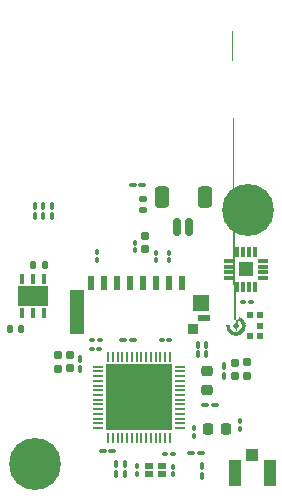
<source format=gbr>
%TF.GenerationSoftware,KiCad,Pcbnew,9.0.6-rc1*%
%TF.CreationDate,2025-12-21T23:59:12+01:00*%
%TF.ProjectId,PCB_PAPI,5043425f-5041-4504-992e-6b696361645f,rev?*%
%TF.SameCoordinates,Original*%
%TF.FileFunction,Soldermask,Top*%
%TF.FilePolarity,Negative*%
%FSLAX46Y46*%
G04 Gerber Fmt 4.6, Leading zero omitted, Abs format (unit mm)*
G04 Created by KiCad (PCBNEW 9.0.6-rc1) date 2025-12-21 23:59:12*
%MOMM*%
%LPD*%
G01*
G04 APERTURE LIST*
G04 Aperture macros list*
%AMRoundRect*
0 Rectangle with rounded corners*
0 $1 Rounding radius*
0 $2 $3 $4 $5 $6 $7 $8 $9 X,Y pos of 4 corners*
0 Add a 4 corners polygon primitive as box body*
4,1,4,$2,$3,$4,$5,$6,$7,$8,$9,$2,$3,0*
0 Add four circle primitives for the rounded corners*
1,1,$1+$1,$2,$3*
1,1,$1+$1,$4,$5*
1,1,$1+$1,$6,$7*
1,1,$1+$1,$8,$9*
0 Add four rect primitives between the rounded corners*
20,1,$1+$1,$2,$3,$4,$5,0*
20,1,$1+$1,$4,$5,$6,$7,0*
20,1,$1+$1,$6,$7,$8,$9,0*
20,1,$1+$1,$8,$9,$2,$3,0*%
%AMFreePoly0*
4,1,64,0.235856,1.440014,0.383010,1.379061,0.515445,1.290571,0.628071,1.177945,0.716561,1.045510,0.777514,0.898356,0.808588,0.742139,0.808588,0.582861,0.777514,0.426644,0.716561,0.279490,0.628071,0.147055,0.515445,0.034429,0.383010,-0.054061,0.235856,-0.115014,0.079639,-0.146088,0.031751,-0.146088,0.029264,-0.147118,-0.029264,-0.147118,-0.031751,-0.146088,-0.079639,-0.146088,
-0.235856,-0.115014,-0.383010,-0.054061,-0.515445,0.034429,-0.628071,0.147055,-0.716561,0.279490,-0.777514,0.426644,-0.808588,0.582861,-0.808588,0.729972,-0.512500,0.729972,-0.512500,0.595028,-0.477574,0.464683,-0.410102,0.347818,-0.314682,0.252398,-0.197817,0.184926,-0.067472,0.150000,0.067472,0.150000,0.197817,0.184926,0.314682,0.252398,0.410102,0.347818,0.477574,0.464683,
0.512500,0.595028,0.512500,0.729972,0.477574,0.860317,0.410102,0.977182,0.314682,1.072602,0.197817,1.140074,0.067472,1.175000,-0.067472,1.175000,-0.197817,1.140074,-0.314682,1.072602,-0.410102,0.977182,-0.477574,0.860317,-0.512500,0.729972,-0.808588,0.729972,-0.808588,0.742139,-0.777514,0.898356,-0.716561,1.045510,-0.628071,1.177945,-0.515445,1.290571,-0.383010,1.379061,
-0.235856,1.440014,-0.079639,1.471088,0.079639,1.471088,0.235856,1.440014,0.235856,1.440014,$1*%
G04 Aperture macros list end*
%ADD10R,5.700000X5.700000*%
%ADD11RoundRect,0.050000X0.350000X0.050000X-0.350000X0.050000X-0.350000X-0.050000X0.350000X-0.050000X0*%
%ADD12RoundRect,0.050000X0.050000X0.350000X-0.050000X0.350000X-0.050000X-0.350000X0.050000X-0.350000X0*%
%ADD13RoundRect,0.100000X-0.100000X0.217500X-0.100000X-0.217500X0.100000X-0.217500X0.100000X0.217500X0*%
%ADD14RoundRect,0.100000X0.100000X-0.217500X0.100000X0.217500X-0.100000X0.217500X-0.100000X-0.217500X0*%
%ADD15RoundRect,0.140000X-0.140000X-0.170000X0.140000X-0.170000X0.140000X0.170000X-0.140000X0.170000X0*%
%ADD16RoundRect,0.100000X-0.130000X-0.100000X0.130000X-0.100000X0.130000X0.100000X-0.130000X0.100000X0*%
%ADD17RoundRect,0.155000X0.155000X-0.212500X0.155000X0.212500X-0.155000X0.212500X-0.155000X-0.212500X0*%
%ADD18RoundRect,0.218750X-0.218750X-0.256250X0.218750X-0.256250X0.218750X0.256250X-0.218750X0.256250X0*%
%ADD19R,0.850000X0.300000*%
%ADD20R,0.300000X0.850000*%
%ADD21R,1.250000X1.250000*%
%ADD22RoundRect,0.160000X0.160000X-0.197500X0.160000X0.197500X-0.160000X0.197500X-0.160000X-0.197500X0*%
%ADD23RoundRect,0.100000X-0.100000X0.130000X-0.100000X-0.130000X0.100000X-0.130000X0.100000X0.130000X0*%
%ADD24RoundRect,0.100000X-0.217500X-0.100000X0.217500X-0.100000X0.217500X0.100000X-0.217500X0.100000X0*%
%ADD25RoundRect,0.147500X0.172500X-0.147500X0.172500X0.147500X-0.172500X0.147500X-0.172500X-0.147500X0*%
%ADD26R,0.600000X1.250000*%
%ADD27R,1.200000X3.790000*%
%ADD28R,1.450000X1.400000*%
%ADD29R,1.000000X0.600000*%
%ADD30R,0.950000X0.850000*%
%ADD31RoundRect,0.218750X-0.256250X0.218750X-0.256250X-0.218750X0.256250X-0.218750X0.256250X0.218750X0*%
%ADD32RoundRect,0.100000X0.100000X-0.130000X0.100000X0.130000X-0.100000X0.130000X-0.100000X-0.130000X0*%
%ADD33C,0.700000*%
%ADD34C,4.400000*%
%ADD35RoundRect,0.100000X0.217500X0.100000X-0.217500X0.100000X-0.217500X-0.100000X0.217500X-0.100000X0*%
%ADD36R,0.750000X0.550000*%
%ADD37RoundRect,0.150000X-0.150000X-0.625000X0.150000X-0.625000X0.150000X0.625000X-0.150000X0.625000X0*%
%ADD38RoundRect,0.250000X-0.350000X-0.650000X0.350000X-0.650000X0.350000X0.650000X-0.350000X0.650000X0*%
%ADD39C,0.500000*%
%ADD40R,0.522000X0.600000*%
%ADD41FreePoly0,0.000000*%
%ADD42R,1.050000X2.200000*%
%ADD43R,1.000000X1.050000*%
%ADD44R,2.500000X1.700000*%
G04 APERTURE END LIST*
D10*
%TO.C,U5*%
X167120000Y-80480000D03*
D11*
X170570000Y-83080000D03*
X170570000Y-82680000D03*
X170570000Y-82280000D03*
X170570000Y-81880000D03*
X170570000Y-81480000D03*
X170570000Y-81080000D03*
X170570000Y-80680000D03*
X170570000Y-80280000D03*
X170570000Y-79880000D03*
X170570000Y-79480000D03*
X170570000Y-79080000D03*
X170570000Y-78680000D03*
X170570000Y-78280000D03*
X170570000Y-77880000D03*
D12*
X169720000Y-77030000D03*
X169320000Y-77030000D03*
X168920000Y-77030000D03*
X168520000Y-77030000D03*
X168120000Y-77030000D03*
X167720000Y-77030000D03*
X167320000Y-77030000D03*
X166920000Y-77030000D03*
X166520000Y-77030000D03*
X166120000Y-77030000D03*
X165720000Y-77030000D03*
X165320000Y-77030000D03*
X164920000Y-77030000D03*
X164520000Y-77030000D03*
D11*
X163670000Y-77880000D03*
X163670000Y-78280000D03*
X163670000Y-78680000D03*
X163670000Y-79080000D03*
X163670000Y-79480000D03*
X163670000Y-79880000D03*
X163670000Y-80280000D03*
X163670000Y-80680000D03*
X163670000Y-81080000D03*
X163670000Y-81480000D03*
X163670000Y-81880000D03*
X163670000Y-82280000D03*
X163670000Y-82680000D03*
X163670000Y-83080000D03*
D12*
X164520000Y-83930000D03*
X164920000Y-83930000D03*
X165320000Y-83930000D03*
X165720000Y-83930000D03*
X166120000Y-83930000D03*
X166520000Y-83930000D03*
X166920000Y-83930000D03*
X167320000Y-83930000D03*
X167720000Y-83930000D03*
X168120000Y-83930000D03*
X168520000Y-83930000D03*
X168920000Y-83930000D03*
X169320000Y-83930000D03*
X169720000Y-83930000D03*
%TD*%
D13*
%TO.C,R3*%
X159025000Y-64310000D03*
X159025000Y-65125000D03*
%TD*%
D14*
%TO.C,R2*%
X159725000Y-65125000D03*
X159725000Y-64310000D03*
%TD*%
D13*
%TO.C,C5*%
X158325000Y-64310000D03*
X158325000Y-65125000D03*
%TD*%
%TO.C,R1*%
X172825000Y-76010000D03*
X172825000Y-76825000D03*
%TD*%
%TO.C,R39*%
X165150000Y-86142500D03*
X165150000Y-86957500D03*
%TD*%
D15*
%TO.C,C24*%
X156200000Y-74700000D03*
X157160000Y-74700000D03*
%TD*%
D16*
%TO.C,R9*%
X163135000Y-75650000D03*
X163775000Y-75650000D03*
%TD*%
D13*
%TO.C,C31*%
X162125000Y-77242500D03*
X162125000Y-78057500D03*
%TD*%
D17*
%TO.C,C32*%
X161250000Y-78017500D03*
X161250000Y-76882500D03*
%TD*%
D18*
%TO.C,L5*%
X172942500Y-83120000D03*
X174517500Y-83120000D03*
%TD*%
D16*
%TO.C,R10*%
X163130000Y-76350000D03*
X163770000Y-76350000D03*
%TD*%
D19*
%TO.C,IC6*%
X177625000Y-70400000D03*
X177625000Y-69900000D03*
X177625000Y-69400000D03*
X177625000Y-68900000D03*
D20*
X176925000Y-68200000D03*
X176425000Y-68200000D03*
X175925000Y-68200000D03*
X175425000Y-68200000D03*
D19*
X174725000Y-68900000D03*
X174725000Y-69400000D03*
X174725000Y-69900000D03*
X174725000Y-70400000D03*
D20*
X175425000Y-71100000D03*
X175925000Y-71100000D03*
X176425000Y-71100000D03*
X176925000Y-71100000D03*
D21*
X176175000Y-69650000D03*
%TD*%
D17*
%TO.C,C47*%
X176300000Y-78642500D03*
X176300000Y-77507500D03*
%TD*%
D22*
%TO.C,R41*%
X160300000Y-78072500D03*
X160300000Y-76877500D03*
%TD*%
D23*
%TO.C,R34*%
X169650000Y-68230000D03*
X169650000Y-68870000D03*
%TD*%
D24*
%TO.C,C66*%
X172742500Y-81150000D03*
X173557500Y-81150000D03*
%TD*%
D16*
%TO.C,R22*%
X169330000Y-85300000D03*
X169970000Y-85300000D03*
%TD*%
D25*
%TO.C,LEDRED1*%
X167450000Y-64617500D03*
X167450000Y-63647500D03*
%TD*%
D17*
%TO.C,C28*%
X167650000Y-67917500D03*
X167650000Y-66782500D03*
%TD*%
D16*
%TO.C,R40*%
X169030000Y-75600000D03*
X169670000Y-75600000D03*
%TD*%
D17*
%TO.C,C60*%
X175275000Y-78667500D03*
X175275000Y-77532500D03*
%TD*%
D14*
%TO.C,R37*%
X165900000Y-86957500D03*
X165900000Y-86142500D03*
%TD*%
D26*
%TO.C,J4*%
X170750000Y-70767000D03*
X169650000Y-70767000D03*
X168550000Y-70767000D03*
X167450000Y-70767000D03*
X166350000Y-70767000D03*
X165250000Y-70767000D03*
X164150000Y-70767000D03*
X163050000Y-70767000D03*
D27*
X161900000Y-73247000D03*
D28*
X172375000Y-72492000D03*
D29*
X172600000Y-73742000D03*
D30*
X171675000Y-74717000D03*
%TD*%
D23*
%TO.C,R29*%
X163525000Y-68180000D03*
X163525000Y-68820000D03*
%TD*%
D14*
%TO.C,C63*%
X174325000Y-78657500D03*
X174325000Y-77842500D03*
%TD*%
D24*
%TO.C,C68*%
X164042500Y-85050000D03*
X164857500Y-85050000D03*
%TD*%
D31*
%TO.C,L4*%
X172850000Y-78262500D03*
X172850000Y-79837500D03*
%TD*%
D32*
%TO.C,C40*%
X166960000Y-86930000D03*
X166960000Y-86290000D03*
%TD*%
D16*
%TO.C,R33*%
X175930000Y-72375000D03*
X176570000Y-72375000D03*
%TD*%
D32*
%TO.C,C29*%
X166750000Y-68020000D03*
X166750000Y-67380000D03*
%TD*%
D14*
%TO.C,C61*%
X172450000Y-87107500D03*
X172450000Y-86292500D03*
%TD*%
D24*
%TO.C,C67*%
X165792500Y-75625000D03*
X166607500Y-75625000D03*
%TD*%
D23*
%TO.C,C3*%
X171770000Y-83090000D03*
X171770000Y-83730000D03*
%TD*%
%TO.C,R38*%
X168550000Y-68230000D03*
X168550000Y-68870000D03*
%TD*%
D33*
%TO.C,H2*%
X156650000Y-86125000D03*
X157133274Y-84958274D03*
X157133274Y-87291726D03*
X158300000Y-84475000D03*
D34*
X158300000Y-86125000D03*
D33*
X158300000Y-87775000D03*
X159466726Y-84958274D03*
X159466726Y-87291726D03*
X159950000Y-86125000D03*
%TD*%
D32*
%TO.C,C4*%
X175660000Y-83140000D03*
X175660000Y-82500000D03*
%TD*%
D35*
%TO.C,R4*%
X167407500Y-62525000D03*
X166592500Y-62525000D03*
%TD*%
D36*
%TO.C,Y2*%
X169050000Y-86250000D03*
X167950000Y-86250000D03*
X167950000Y-87000000D03*
X169050000Y-87000000D03*
%TD*%
D37*
%TO.C,U1*%
X170375000Y-66075000D03*
X171375000Y-66075000D03*
D38*
X169075000Y-63550000D03*
X172675000Y-63550000D03*
%TD*%
D15*
%TO.C,C22*%
X158170000Y-69250000D03*
X159130000Y-69250000D03*
%TD*%
D39*
%TO.C,MK2*%
X175290000Y-74425000D03*
D40*
X177364000Y-73525000D03*
X176542000Y-73525000D03*
D41*
X175290000Y-75087500D03*
D40*
X176542000Y-75325000D03*
X177364000Y-75325000D03*
X177364000Y-74425000D03*
%TD*%
D33*
%TO.C,H1*%
X174675000Y-64650000D03*
X175158274Y-63483274D03*
X175158274Y-65816726D03*
X176325000Y-63000000D03*
D34*
X176325000Y-64650000D03*
D33*
X176325000Y-66300000D03*
X177491726Y-63483274D03*
X177491726Y-65816726D03*
X177975000Y-64650000D03*
%TD*%
D42*
%TO.C,J2*%
X178175000Y-86900000D03*
X175225000Y-86900000D03*
D43*
X176700000Y-85375000D03*
%TD*%
D32*
%TO.C,C38*%
X170010000Y-86980000D03*
X170010000Y-86340000D03*
%TD*%
D20*
%TO.C,IC3*%
X159100000Y-70450000D03*
X158150000Y-70450000D03*
X157200000Y-70450000D03*
X157200000Y-73350000D03*
X158150000Y-73350000D03*
X159100000Y-73350000D03*
D44*
X158150000Y-71900000D03*
%TD*%
D14*
%TO.C,C1*%
X172125000Y-76832500D03*
X172125000Y-76017500D03*
%TD*%
D24*
%TO.C,R35*%
X171542500Y-85150000D03*
X172357500Y-85150000D03*
%TD*%
M02*

</source>
